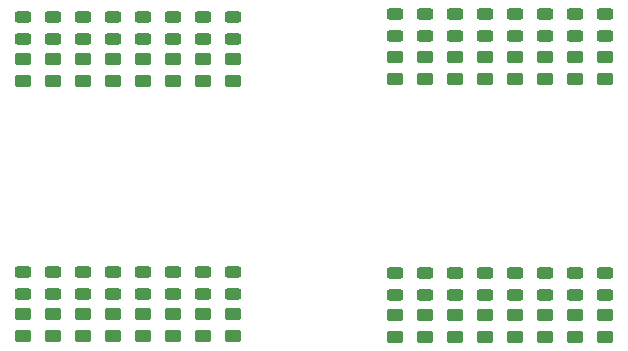
<source format=gbr>
%TF.GenerationSoftware,KiCad,Pcbnew,8.0.8*%
%TF.CreationDate,2025-02-03T13:00:51-08:00*%
%TF.ProjectId,ArduinoExpander,41726475-696e-46f4-9578-70616e646572,rev?*%
%TF.SameCoordinates,Original*%
%TF.FileFunction,Paste,Top*%
%TF.FilePolarity,Positive*%
%FSLAX46Y46*%
G04 Gerber Fmt 4.6, Leading zero omitted, Abs format (unit mm)*
G04 Created by KiCad (PCBNEW 8.0.8) date 2025-02-03 13:00:51*
%MOMM*%
%LPD*%
G01*
G04 APERTURE LIST*
G04 Aperture macros list*
%AMRoundRect*
0 Rectangle with rounded corners*
0 $1 Rounding radius*
0 $2 $3 $4 $5 $6 $7 $8 $9 X,Y pos of 4 corners*
0 Add a 4 corners polygon primitive as box body*
4,1,4,$2,$3,$4,$5,$6,$7,$8,$9,$2,$3,0*
0 Add four circle primitives for the rounded corners*
1,1,$1+$1,$2,$3*
1,1,$1+$1,$4,$5*
1,1,$1+$1,$6,$7*
1,1,$1+$1,$8,$9*
0 Add four rect primitives between the rounded corners*
20,1,$1+$1,$2,$3,$4,$5,0*
20,1,$1+$1,$4,$5,$6,$7,0*
20,1,$1+$1,$6,$7,$8,$9,0*
20,1,$1+$1,$8,$9,$2,$3,0*%
G04 Aperture macros list end*
%ADD10RoundRect,0.243750X0.456250X-0.243750X0.456250X0.243750X-0.456250X0.243750X-0.456250X-0.243750X0*%
%ADD11RoundRect,0.250000X-0.450000X0.262500X-0.450000X-0.262500X0.450000X-0.262500X0.450000X0.262500X0*%
G04 APERTURE END LIST*
D10*
%TO.C,D23*%
X104140000Y-91791000D03*
X104140000Y-89916000D03*
%TD*%
D11*
%TO.C,R9*%
X87884000Y-71835000D03*
X87884000Y-73660000D03*
%TD*%
D10*
%TO.C,D5*%
X77724000Y-91684000D03*
X77724000Y-89809000D03*
%TD*%
D11*
%TO.C,R3*%
X82804000Y-93415000D03*
X82804000Y-95240000D03*
%TD*%
%TO.C,R10*%
X85344000Y-71835000D03*
X85344000Y-73660000D03*
%TD*%
%TO.C,R22*%
X106680000Y-93472000D03*
X106680000Y-95297000D03*
%TD*%
%TO.C,R4*%
X80264000Y-93415000D03*
X80264000Y-95240000D03*
%TD*%
D10*
%TO.C,D18*%
X116840000Y-91791000D03*
X116840000Y-89916000D03*
%TD*%
D11*
%TO.C,R27*%
X114300000Y-71628000D03*
X114300000Y-73453000D03*
%TD*%
D10*
%TO.C,D29*%
X109220000Y-67965000D03*
X109220000Y-69840000D03*
%TD*%
%TO.C,D22*%
X106680000Y-91791000D03*
X106680000Y-89916000D03*
%TD*%
D11*
%TO.C,R26*%
X116840000Y-71628000D03*
X116840000Y-73453000D03*
%TD*%
%TO.C,R19*%
X114300000Y-93472000D03*
X114300000Y-95297000D03*
%TD*%
D10*
%TO.C,D6*%
X75184000Y-91684000D03*
X75184000Y-89809000D03*
%TD*%
%TO.C,D7*%
X72644000Y-91684000D03*
X72644000Y-89809000D03*
%TD*%
%TO.C,D1*%
X87884000Y-91684000D03*
X87884000Y-89809000D03*
%TD*%
D11*
%TO.C,R2*%
X85344000Y-93415000D03*
X85344000Y-95240000D03*
%TD*%
D10*
%TO.C,D28*%
X111760000Y-67965000D03*
X111760000Y-69840000D03*
%TD*%
D11*
%TO.C,R5*%
X77724000Y-93415000D03*
X77724000Y-95240000D03*
%TD*%
%TO.C,R20*%
X111760000Y-93472000D03*
X111760000Y-95297000D03*
%TD*%
%TO.C,R30*%
X106680000Y-71628000D03*
X106680000Y-73453000D03*
%TD*%
D10*
%TO.C,D8*%
X70104000Y-91684000D03*
X70104000Y-89809000D03*
%TD*%
D11*
%TO.C,R17*%
X119380000Y-93472000D03*
X119380000Y-95297000D03*
%TD*%
D10*
%TO.C,D13*%
X77724000Y-70104000D03*
X77724000Y-68229000D03*
%TD*%
%TO.C,D30*%
X106680000Y-67965000D03*
X106680000Y-69840000D03*
%TD*%
%TO.C,D14*%
X75184000Y-70104000D03*
X75184000Y-68229000D03*
%TD*%
%TO.C,D24*%
X101600000Y-91791000D03*
X101600000Y-89916000D03*
%TD*%
D11*
%TO.C,R29*%
X109220000Y-71628000D03*
X109220000Y-73453000D03*
%TD*%
%TO.C,R1*%
X87884000Y-93415000D03*
X87884000Y-95240000D03*
%TD*%
%TO.C,R13*%
X77724000Y-71835000D03*
X77724000Y-73660000D03*
%TD*%
D10*
%TO.C,D27*%
X114300000Y-67965000D03*
X114300000Y-69840000D03*
%TD*%
D11*
%TO.C,R15*%
X72644000Y-71835000D03*
X72644000Y-73660000D03*
%TD*%
%TO.C,R7*%
X72644000Y-93415000D03*
X72644000Y-95240000D03*
%TD*%
D10*
%TO.C,D16*%
X70104000Y-70104000D03*
X70104000Y-68229000D03*
%TD*%
%TO.C,D19*%
X114300000Y-91791000D03*
X114300000Y-89916000D03*
%TD*%
%TO.C,D2*%
X85344000Y-91684000D03*
X85344000Y-89809000D03*
%TD*%
D11*
%TO.C,R18*%
X116840000Y-93472000D03*
X116840000Y-95297000D03*
%TD*%
%TO.C,R12*%
X80264000Y-71835000D03*
X80264000Y-73660000D03*
%TD*%
%TO.C,R14*%
X75184000Y-71835000D03*
X75184000Y-73660000D03*
%TD*%
D10*
%TO.C,D17*%
X119380000Y-91791000D03*
X119380000Y-89916000D03*
%TD*%
%TO.C,D25*%
X119380000Y-69840000D03*
X119380000Y-67965000D03*
%TD*%
%TO.C,D21*%
X109220000Y-91791000D03*
X109220000Y-89916000D03*
%TD*%
D11*
%TO.C,R31*%
X104140000Y-71628000D03*
X104140000Y-73453000D03*
%TD*%
%TO.C,R28*%
X111760000Y-71628000D03*
X111760000Y-73453000D03*
%TD*%
D10*
%TO.C,D26*%
X116840000Y-67965000D03*
X116840000Y-69840000D03*
%TD*%
D11*
%TO.C,R16*%
X70104000Y-71835000D03*
X70104000Y-73660000D03*
%TD*%
%TO.C,R23*%
X104140000Y-93472000D03*
X104140000Y-95297000D03*
%TD*%
D10*
%TO.C,D11*%
X82804000Y-70104000D03*
X82804000Y-68229000D03*
%TD*%
%TO.C,D15*%
X72644000Y-68229000D03*
X72644000Y-70104000D03*
%TD*%
D11*
%TO.C,R21*%
X109220000Y-93472000D03*
X109220000Y-95297000D03*
%TD*%
D10*
%TO.C,D9*%
X87884000Y-70104000D03*
X87884000Y-68229000D03*
%TD*%
%TO.C,D12*%
X80264000Y-70104000D03*
X80264000Y-68229000D03*
%TD*%
%TO.C,D4*%
X80264000Y-91684000D03*
X80264000Y-89809000D03*
%TD*%
D11*
%TO.C,R6*%
X75184000Y-93415000D03*
X75184000Y-95240000D03*
%TD*%
%TO.C,R25*%
X119380000Y-71628000D03*
X119380000Y-73453000D03*
%TD*%
D10*
%TO.C,D3*%
X82804000Y-91684000D03*
X82804000Y-89809000D03*
%TD*%
D11*
%TO.C,R32*%
X101600000Y-71628000D03*
X101600000Y-73453000D03*
%TD*%
%TO.C,R8*%
X70104000Y-93415000D03*
X70104000Y-95240000D03*
%TD*%
D10*
%TO.C,D20*%
X111760000Y-91791000D03*
X111760000Y-89916000D03*
%TD*%
%TO.C,D10*%
X85344000Y-70104000D03*
X85344000Y-68229000D03*
%TD*%
%TO.C,D32*%
X101600000Y-67965000D03*
X101600000Y-69840000D03*
%TD*%
D11*
%TO.C,R24*%
X101600000Y-93472000D03*
X101600000Y-95297000D03*
%TD*%
D10*
%TO.C,D31*%
X104140000Y-67965000D03*
X104140000Y-69840000D03*
%TD*%
D11*
%TO.C,R11*%
X82804000Y-71835000D03*
X82804000Y-73660000D03*
%TD*%
M02*

</source>
